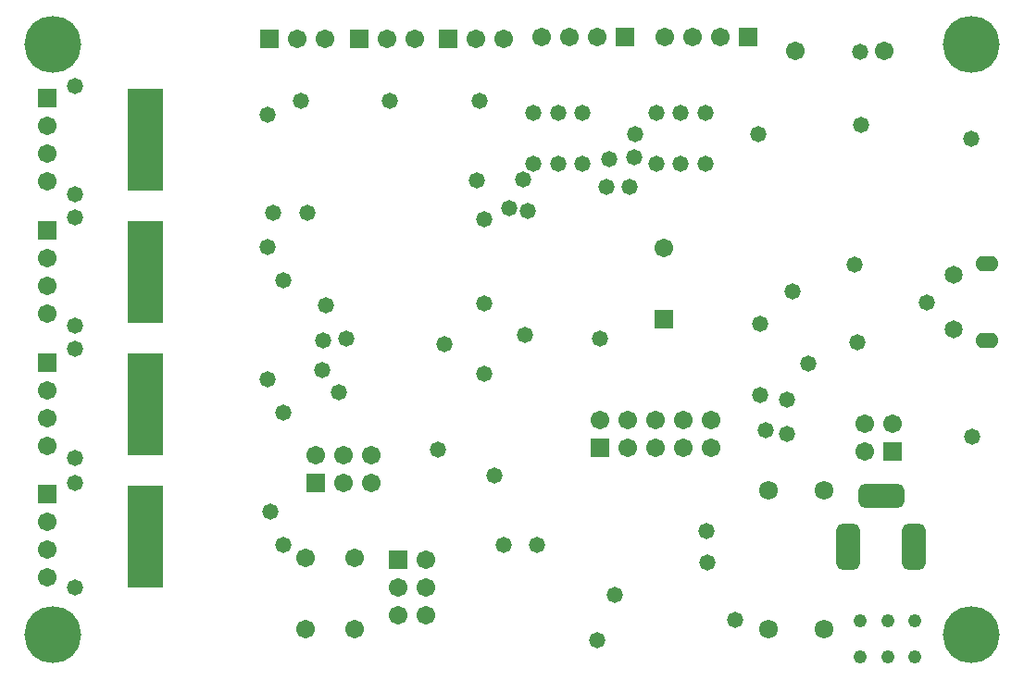
<source format=gbs>
%FSLAX25Y25*%
%MOIN*%
G70*
G01*
G75*
G04 Layer_Color=16711935*
%ADD10R,0.03543X0.02756*%
%ADD11R,0.05512X0.04331*%
%ADD12O,0.01772X0.08268*%
%ADD13R,0.02756X0.03543*%
%ADD14R,0.03937X0.03543*%
%ADD15R,0.03150X0.03543*%
%ADD16R,0.02362X0.04528*%
%ADD17R,0.04724X0.04724*%
%ADD18R,0.04724X0.04724*%
%ADD19R,0.06693X0.01378*%
%ADD20R,0.12205X0.36142*%
%ADD21O,0.02756X0.09843*%
%ADD22R,0.06693X0.04331*%
%ADD23R,0.06299X0.04724*%
%ADD24R,0.07874X0.06299*%
%ADD25R,0.15748X0.08268*%
%ADD26R,0.09055X0.09055*%
%ADD27R,0.03543X0.03150*%
%ADD28R,0.04331X0.03150*%
%ADD29R,0.03937X0.02480*%
%ADD30R,0.05118X0.15748*%
%ADD31R,0.05315X0.01575*%
%ADD32R,0.07087X0.05512*%
%ADD33O,0.02165X0.06890*%
%ADD34O,0.06890X0.02165*%
%ADD35C,0.01500*%
%ADD36C,0.01000*%
%ADD37C,0.00800*%
%ADD38R,0.07874X0.05906*%
%ADD39R,0.07874X0.04921*%
%ADD40R,0.05906X0.05906*%
%ADD41C,0.05906*%
%ADD42C,0.19685*%
%ADD43C,0.04331*%
G04:AMPARAMS|DCode=44|XSize=157.48mil|YSize=78.74mil|CornerRadius=19.69mil|HoleSize=0mil|Usage=FLASHONLY|Rotation=0.000|XOffset=0mil|YOffset=0mil|HoleType=Round|Shape=RoundedRectangle|*
%AMROUNDEDRECTD44*
21,1,0.15748,0.03937,0,0,0.0*
21,1,0.11811,0.07874,0,0,0.0*
1,1,0.03937,0.05906,-0.01969*
1,1,0.03937,-0.05906,-0.01969*
1,1,0.03937,-0.05906,0.01969*
1,1,0.03937,0.05906,0.01969*
%
%ADD44ROUNDEDRECTD44*%
G04:AMPARAMS|DCode=45|XSize=157.48mil|YSize=78.74mil|CornerRadius=19.69mil|HoleSize=0mil|Usage=FLASHONLY|Rotation=90.000|XOffset=0mil|YOffset=0mil|HoleType=Round|Shape=RoundedRectangle|*
%AMROUNDEDRECTD45*
21,1,0.15748,0.03937,0,0,90.0*
21,1,0.11811,0.07874,0,0,90.0*
1,1,0.03937,0.01969,0.05906*
1,1,0.03937,0.01969,-0.05906*
1,1,0.03937,-0.01969,-0.05906*
1,1,0.03937,-0.01969,0.05906*
%
%ADD45ROUNDEDRECTD45*%
%ADD46R,0.05906X0.05906*%
%ADD47C,0.06299*%
%ADD48C,0.05709*%
%ADD49O,0.07480X0.04724*%
%ADD50C,0.05000*%
%ADD51C,0.03937*%
%ADD52C,0.00984*%
%ADD53C,0.02362*%
%ADD54C,0.00394*%
%ADD55C,0.00787*%
%ADD56R,0.04343X0.03556*%
%ADD57R,0.06312X0.05131*%
%ADD58O,0.02572X0.09068*%
%ADD59R,0.03556X0.04343*%
%ADD60R,0.04737X0.04343*%
%ADD61R,0.03950X0.04343*%
%ADD62R,0.03162X0.05328*%
%ADD63R,0.05524X0.05524*%
%ADD64R,0.05524X0.05524*%
%ADD65R,0.07493X0.02178*%
%ADD66R,0.13005X0.36942*%
%ADD67O,0.03556X0.10642*%
%ADD68R,0.07493X0.05131*%
%ADD69R,0.07099X0.05524*%
%ADD70R,0.08674X0.07099*%
%ADD71R,0.16548X0.09068*%
%ADD72R,0.09855X0.09855*%
%ADD73R,0.04343X0.03950*%
%ADD74R,0.05131X0.03950*%
%ADD75R,0.04488X0.03032*%
%ADD76R,0.05918X0.16548*%
%ADD77R,0.06115X0.02375*%
%ADD78R,0.07887X0.06312*%
%ADD79O,0.02965X0.07690*%
%ADD80O,0.07690X0.02965*%
%ADD81R,0.06706X0.06706*%
%ADD82C,0.06706*%
%ADD83C,0.20485*%
%ADD84C,0.04803*%
G04:AMPARAMS|DCode=85|XSize=165.48mil|YSize=86.74mil|CornerRadius=23.69mil|HoleSize=0mil|Usage=FLASHONLY|Rotation=0.000|XOffset=0mil|YOffset=0mil|HoleType=Round|Shape=RoundedRectangle|*
%AMROUNDEDRECTD85*
21,1,0.16548,0.03937,0,0,0.0*
21,1,0.11811,0.08674,0,0,0.0*
1,1,0.04737,0.05906,-0.01969*
1,1,0.04737,-0.05906,-0.01969*
1,1,0.04737,-0.05906,0.01969*
1,1,0.04737,0.05906,0.01969*
%
%ADD85ROUNDEDRECTD85*%
G04:AMPARAMS|DCode=86|XSize=165.48mil|YSize=86.74mil|CornerRadius=23.69mil|HoleSize=0mil|Usage=FLASHONLY|Rotation=90.000|XOffset=0mil|YOffset=0mil|HoleType=Round|Shape=RoundedRectangle|*
%AMROUNDEDRECTD86*
21,1,0.16548,0.03937,0,0,90.0*
21,1,0.11811,0.08674,0,0,90.0*
1,1,0.04737,0.01969,0.05906*
1,1,0.04737,0.01969,-0.05906*
1,1,0.04737,-0.01969,-0.05906*
1,1,0.04737,-0.01969,0.05906*
%
%ADD86ROUNDEDRECTD86*%
%ADD87R,0.06706X0.06706*%
%ADD88C,0.06772*%
%ADD89C,0.06509*%
%ADD90O,0.08280X0.05524*%
%ADD91C,0.05800*%
%ADD92C,0.04737*%
D66*
X44964Y-188976D02*
D03*
Y-141376D02*
D03*
Y-93776D02*
D03*
Y-46176D02*
D03*
D81*
X136000Y-197500D02*
D03*
X9664Y-173876D02*
D03*
Y-126276D02*
D03*
Y-78676D02*
D03*
Y-31076D02*
D03*
X314037Y-158400D02*
D03*
X231861Y-110656D02*
D03*
D82*
X146000Y-197500D02*
D03*
X136000Y-207500D02*
D03*
X146000D02*
D03*
X136000Y-217500D02*
D03*
X146000D02*
D03*
X102742Y-222395D02*
D03*
X120458D02*
D03*
X102742Y-196805D02*
D03*
X120458D02*
D03*
X9664Y-203876D02*
D03*
Y-193876D02*
D03*
Y-183876D02*
D03*
Y-156276D02*
D03*
Y-146276D02*
D03*
Y-136276D02*
D03*
Y-108676D02*
D03*
Y-98676D02*
D03*
Y-88676D02*
D03*
Y-61076D02*
D03*
Y-51076D02*
D03*
Y-41076D02*
D03*
X304037Y-148400D02*
D03*
X314037D02*
D03*
X304037Y-158400D02*
D03*
X164140Y-9629D02*
D03*
X174140D02*
D03*
X132000D02*
D03*
X142000D02*
D03*
X99860D02*
D03*
X109860D02*
D03*
X232126Y-9173D02*
D03*
X242126D02*
D03*
X252126D02*
D03*
X187926D02*
D03*
X197926D02*
D03*
X207926D02*
D03*
X279200Y-14000D02*
D03*
X311024D02*
D03*
X126400Y-159600D02*
D03*
Y-169600D02*
D03*
X116400Y-159600D02*
D03*
Y-169600D02*
D03*
X106400Y-159600D02*
D03*
X208700Y-147200D02*
D03*
X218700Y-157200D02*
D03*
Y-147200D02*
D03*
X228700Y-157200D02*
D03*
Y-147200D02*
D03*
X238700Y-157200D02*
D03*
Y-147200D02*
D03*
X248700Y-157200D02*
D03*
Y-147200D02*
D03*
X231861Y-85065D02*
D03*
D83*
X11811Y-224410D02*
D03*
X342520D02*
D03*
Y-11811D02*
D03*
X11811D02*
D03*
D84*
X322143Y-219504D02*
D03*
X312300D02*
D03*
X302457D02*
D03*
X322143Y-232496D02*
D03*
X312300D02*
D03*
X302457D02*
D03*
D85*
X309974Y-174296D02*
D03*
D86*
X321785Y-192800D02*
D03*
X298163D02*
D03*
D87*
X154140Y-9629D02*
D03*
X122000D02*
D03*
X89860D02*
D03*
X262126Y-9173D02*
D03*
X217926D02*
D03*
X106400Y-169600D02*
D03*
X208700Y-157200D02*
D03*
D88*
X269615Y-222400D02*
D03*
X289300D02*
D03*
Y-172400D02*
D03*
X269615D02*
D03*
D89*
X336205Y-94802D02*
D03*
Y-114487D02*
D03*
D90*
X348016Y-118424D02*
D03*
Y-90865D02*
D03*
D91*
X257500Y-219000D02*
D03*
X207700Y-226400D02*
D03*
X342705Y-153200D02*
D03*
X214086Y-210072D02*
D03*
X300556Y-91200D02*
D03*
X266556Y-112400D02*
D03*
X278156Y-100800D02*
D03*
X283756Y-126800D02*
D03*
X301356Y-119200D02*
D03*
X326512Y-104844D02*
D03*
X221480Y-44182D02*
D03*
X184880Y-36429D02*
D03*
X202480Y-36375D02*
D03*
X193680D02*
D03*
X202480Y-54829D02*
D03*
X193680D02*
D03*
X184880D02*
D03*
X229080D02*
D03*
X246680D02*
D03*
X237880D02*
D03*
X133200Y-32029D02*
D03*
X101060D02*
D03*
X265680Y-44182D02*
D03*
X246680Y-36375D02*
D03*
X229080Y-36429D02*
D03*
X237880Y-36375D02*
D03*
X165340Y-32029D02*
D03*
X94664Y-191976D02*
D03*
X302400Y-14400D02*
D03*
X302800Y-40800D02*
D03*
X114800Y-137200D02*
D03*
X103600Y-72400D02*
D03*
X110010Y-105584D02*
D03*
X108800Y-129200D02*
D03*
X109200Y-118400D02*
D03*
X117600Y-117600D02*
D03*
X19900Y-169700D02*
D03*
Y-207500D02*
D03*
X94664Y-144376D02*
D03*
X88964Y-132376D02*
D03*
X91200Y-72400D02*
D03*
X94664Y-96776D02*
D03*
X88964Y-84776D02*
D03*
Y-37176D02*
D03*
X19900Y-160700D02*
D03*
Y-121400D02*
D03*
Y-113000D02*
D03*
Y-65700D02*
D03*
X19800Y-26600D02*
D03*
X167200Y-74800D02*
D03*
X167156Y-105156D02*
D03*
X152800Y-119600D02*
D03*
X181200Y-60400D02*
D03*
X182800Y-71600D02*
D03*
X164340Y-60600D02*
D03*
X176000Y-70800D02*
D03*
X150400Y-157600D02*
D03*
X170768Y-167168D02*
D03*
X186232Y-192068D02*
D03*
X174032D02*
D03*
X266400Y-138000D02*
D03*
X276200Y-152200D02*
D03*
X276100Y-139800D02*
D03*
X268400Y-150700D02*
D03*
X211200Y-63200D02*
D03*
X219600D02*
D03*
X212000Y-53200D02*
D03*
X221200Y-52400D02*
D03*
X167156Y-130456D02*
D03*
X181650Y-116450D02*
D03*
X208800Y-117600D02*
D03*
X342500Y-45600D02*
D03*
X247191Y-186909D02*
D03*
X247400Y-198500D02*
D03*
X90200Y-180000D02*
D03*
X19900Y-73900D02*
D03*
D92*
X48113Y-203937D02*
D03*
X41814D02*
D03*
X48113Y-174016D02*
D03*
X41814D02*
D03*
Y-191969D02*
D03*
Y-180000D02*
D03*
X48113Y-197953D02*
D03*
X41814D02*
D03*
X48113Y-191969D02*
D03*
Y-185984D02*
D03*
X41814D02*
D03*
X48113Y-180000D02*
D03*
Y-156337D02*
D03*
X41814D02*
D03*
X48113Y-126416D02*
D03*
X41814D02*
D03*
Y-144369D02*
D03*
Y-132400D02*
D03*
X48113Y-150353D02*
D03*
X41814D02*
D03*
X48113Y-144369D02*
D03*
Y-138384D02*
D03*
X41814D02*
D03*
X48113Y-132400D02*
D03*
Y-108737D02*
D03*
X41814D02*
D03*
X48113Y-78816D02*
D03*
X41814D02*
D03*
Y-96768D02*
D03*
Y-84800D02*
D03*
X48113Y-102753D02*
D03*
X41814D02*
D03*
X48113Y-96768D02*
D03*
Y-90784D02*
D03*
X41814D02*
D03*
X48113Y-84800D02*
D03*
Y-61137D02*
D03*
X41814D02*
D03*
X48113Y-31216D02*
D03*
X41814D02*
D03*
Y-49169D02*
D03*
Y-37200D02*
D03*
X48113Y-55153D02*
D03*
X41814D02*
D03*
X48113Y-49169D02*
D03*
Y-43184D02*
D03*
X41814D02*
D03*
X48113Y-37200D02*
D03*
M02*

</source>
